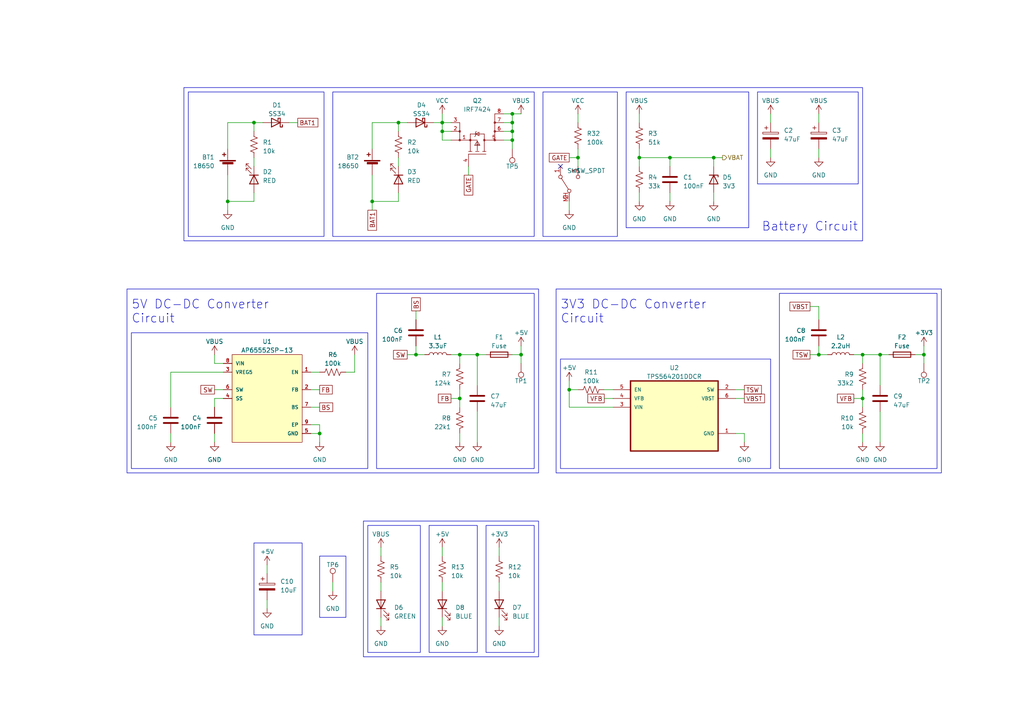
<source format=kicad_sch>
(kicad_sch (version 20230121) (generator eeschema)
  (paper "A4")
  (title_block (title "Everything Controller") (rev "R0") (company "Nabinhotronics") (comment 1 "Vagalbotz") (comment 2 "V2.0"))
  (lib_symbols
    (symbol "AP65552:AP65552SP-13" (pin_names (offset 1.016))
      (property "Reference" "U" (at 0 5.08 0))
      (property "Value" "AP65552SP-13" (at 0 7.62 0))
      (symbol "AP65552SP-13_1_1"
        (rectangle (start 5.08 2.54) (end 25.4 -22.86) (fill (type background)))
        (pin unspecified line (at 27.94 -2.54 180) (length 2.54) (name "EN") (number "1"))
        (pin unspecified line (at 27.94 -7.62 180) (length 2.54) (name "FB") (number "2"))
        (pin unspecified line (at 2.54 -2.54 0) (length 2.54) (name "VREG5") (number "3"))
        (pin unspecified line (at 2.54 -10.16 0) (length 2.54) (name "SS") (number "4"))
        (pin unspecified line (at 27.94 -20.32 180) (length 2.54) (name "GND") (number "5"))
        (pin unspecified line (at 2.54 -7.62 0) (length 2.54) (name "SW") (number "6"))
        (pin unspecified line (at 27.94 -12.7 180) (length 2.54) (name "BS") (number "7"))
        (pin unspecified line (at 2.54 0 0) (length 2.54) (name "VIN") (number "8"))
        (pin unspecified line (at 27.94 -17.78 180) (length 2.54) (name "EP") (number "9"))
      )
    )
    (symbol "Connector:TestPoint" (pin_numbers hide) (pin_names (offset 0.762) hide)
      (property "Reference" "TP" (at 0 6.858 0))
      (property "Value" "TestPoint" (at 0 5.08 0))
      (symbol "TestPoint_0_1"
        (circle (center 0 3.302) (radius 0.762))
      )
      (symbol "TestPoint_1_1"
        (pin passive line (at 0 0 90) (length 2.54) (name "1") (number "1"))
      )
    )
    (symbol "Device:Battery_Cell" (pin_numbers hide) (pin_names (offset 0) hide)
      (property "Reference" "BT" (at 2.54 2.54 0))
      (property "Value" "Battery_Cell" (at 2.54 0 0))
      (symbol "Battery_Cell_0_1"
        (rectangle (start -2.286 1.778) (end 2.286 1.524) (fill (type outline)))
        (rectangle (start -1.5748 1.1938) (end 1.4732 0.6858) (fill (type outline)))
        (polyline (pts (xy 0 0.762) (xy 0 0)))
        (polyline (pts (xy 0 1.778) (xy 0 2.54)))
        (polyline (pts (xy 0.508 3.429) (xy 1.524 3.429)) (stroke (width 0.254)))
        (polyline (pts (xy 1.016 3.937) (xy 1.016 2.921)) (stroke (width 0.254)))
      )
      (symbol "Battery_Cell_1_1"
        (pin passive line (at 0 5.08 270) (length 2.54) (name "+") (number "1"))
        (pin passive line (at 0 -2.54 90) (length 2.54) (name "-") (number "2"))
      )
    )
    (symbol "Device:C" (pin_numbers hide) (pin_names (offset 0.254))
      (property "Reference" "C" (at 0.635 2.54 0))
      (property "Value" "C" (at 0.635 -2.54 0))
      (symbol "C_0_1"
        (polyline (pts (xy -2.032 -0.762) (xy 2.032 -0.762)) (stroke (width 0.508)))
        (polyline (pts (xy -2.032 0.762) (xy 2.032 0.762)) (stroke (width 0.508)))
      )
      (symbol "C_1_1"
        (pin passive line (at 0 3.81 270) (length 2.794) (name "~") (number "1"))
        (pin passive line (at 0 -3.81 90) (length 2.794) (name "~") (number "2"))
      )
    )
    (symbol "Device:C_Polarized" (pin_numbers hide) (pin_names (offset 0.254))
      (property "Reference" "C" (at 0.635 2.54 0))
      (property "Value" "C_Polarized" (at 0.635 -2.54 0))
      (symbol "C_Polarized_0_1"
        (rectangle (start -2.286 0.508) (end 2.286 1.016))
        (polyline (pts (xy -1.778 2.286) (xy -0.762 2.286)))
        (polyline (pts (xy -1.27 2.794) (xy -1.27 1.778)))
        (rectangle (start 2.286 -0.508) (end -2.286 -1.016) (fill (type outline)))
      )
      (symbol "C_Polarized_1_1"
        (pin passive line (at 0 3.81 270) (length 2.794) (name "~") (number "1"))
        (pin passive line (at 0 -3.81 90) (length 2.794) (name "~") (number "2"))
      )
    )
    (symbol "Device:D_Schottky" (pin_numbers hide) (pin_names (offset 1.016) hide)
      (property "Reference" "D" (at 0 2.54 0))
      (property "Value" "D_Schottky" (at 0 -2.54 0))
      (symbol "D_Schottky_0_1"
        (polyline (pts (xy 1.27 0) (xy -1.27 0)))
        (polyline (pts (xy 1.27 1.27) (xy 1.27 -1.27) (xy -1.27 0) (xy 1.27 1.27)) (stroke (width 0.254)))
        (polyline (pts (xy -1.905 0.635) (xy -1.905 1.27) (xy -1.27 1.27) (xy -1.27 -1.27) (xy -0.635 -1.27) (xy -0.635 -0.635)) (stroke (width 0.254)))
      )
      (symbol "D_Schottky_1_1"
        (pin passive line (at -3.81 0 0) (length 2.54) (name "K") (number "1"))
        (pin passive line (at 3.81 0 180) (length 2.54) (name "A") (number "2"))
      )
    )
    (symbol "Device:D_Zener" (pin_numbers hide) (pin_names (offset 1.016) hide)
      (property "Reference" "D" (at 0 2.54 0))
      (property "Value" "D_Zener" (at 0 -2.54 0))
      (symbol "D_Zener_0_1"
        (polyline (pts (xy 1.27 0) (xy -1.27 0)))
        (polyline (pts (xy -1.27 -1.27) (xy -1.27 1.27) (xy -0.762 1.27)) (stroke (width 0.254)))
        (polyline (pts (xy 1.27 -1.27) (xy 1.27 1.27) (xy -1.27 0) (xy 1.27 -1.27)) (stroke (width 0.254)))
      )
      (symbol "D_Zener_1_1"
        (pin passive line (at -3.81 0 0) (length 2.54) (name "K") (number "1"))
        (pin passive line (at 3.81 0 180) (length 2.54) (name "A") (number "2"))
      )
    )
    (symbol "Device:Fuse" (pin_numbers hide) (pin_names (offset 0))
      (property "Reference" "F" (at 2.032 0 90))
      (property "Value" "Fuse" (at -1.905 0 90))
      (symbol "Fuse_0_1"
        (rectangle (start -0.762 -2.54) (end 0.762 2.54) (stroke (width 0.254)))
        (polyline (pts (xy 0 2.54) (xy 0 -2.54)))
      )
      (symbol "Fuse_1_1"
        (pin passive line (at 0 3.81 270) (length 1.27) (name "~") (number "1"))
        (pin passive line (at 0 -3.81 90) (length 1.27) (name "~") (number "2"))
      )
    )
    (symbol "Device:L" (pin_numbers hide) (pin_names (offset 1.016) hide)
      (property "Reference" "L" (at -1.27 0 90))
      (property "Value" "L" (at 1.905 0 90))
      (symbol "L_0_1"
        (arc (start 0 -2.54) (mid 0.6323 -1.905) (end 0 -1.27))
        (arc (start 0 -1.27) (mid 0.6323 -0.635) (end 0 0))
        (arc (start 0 0) (mid 0.6323 0.635) (end 0 1.27))
        (arc (start 0 1.27) (mid 0.6323 1.905) (end 0 2.54))
      )
      (symbol "L_1_1"
        (pin passive line (at 0 3.81 270) (length 1.27) (name "1") (number "1"))
        (pin passive line (at 0 -3.81 90) (length 1.27) (name "2") (number "2"))
      )
    )
    (symbol "Device:LED" (pin_numbers hide) (pin_names (offset 1.016) hide)
      (property "Reference" "D" (at 0 2.54 0))
      (property "Value" "LED" (at 0 -2.54 0))
      (symbol "LED_0_1"
        (polyline (pts (xy -1.27 -1.27) (xy -1.27 1.27)) (stroke (width 0.254)))
        (polyline (pts (xy -1.27 0) (xy 1.27 0)))
        (polyline (pts (xy 1.27 -1.27) (xy 1.27 1.27) (xy -1.27 0) (xy 1.27 -1.27)) (stroke (width 0.254)))
        (polyline (pts (xy -3.048 -0.762) (xy -4.572 -2.286) (xy -3.81 -2.286) (xy -4.572 -2.286) (xy -4.572 -1.524)))
        (polyline (pts (xy -1.778 -0.762) (xy -3.302 -2.286) (xy -2.54 -2.286) (xy -3.302 -2.286) (xy -3.302 -1.524)))
      )
      (symbol "LED_1_1"
        (pin passive line (at -3.81 0 0) (length 2.54) (name "K") (number "1"))
        (pin passive line (at 3.81 0 180) (length 2.54) (name "A") (number "2"))
      )
    )
    (symbol "Device:R_US" (pin_numbers hide) (pin_names (offset 0))
      (property "Reference" "R" (at 2.54 0 90))
      (property "Value" "R_US" (at -2.54 0 90))
      (symbol "R_US_0_1"
        (polyline (pts (xy 0 -2.286) (xy 0 -2.54)))
        (polyline (pts (xy 0 2.286) (xy 0 2.54)))
        (polyline (pts (xy 0 -0.762) (xy 1.016 -1.143) (xy 0 -1.524) (xy -1.016 -1.905) (xy 0 -2.286)))
        (polyline (pts (xy 0 0.762) (xy 1.016 0.381) (xy 0 0) (xy -1.016 -0.381) (xy 0 -0.762)))
        (polyline (pts (xy 0 2.286) (xy 1.016 1.905) (xy 0 1.524) (xy -1.016 1.143) (xy 0 0.762)))
      )
      (symbol "R_US_1_1"
        (pin passive line (at 0 3.81 270) (length 1.27) (name "~") (number "1"))
        (pin passive line (at 0 -3.81 90) (length 1.27) (name "~") (number "2"))
      )
    )
    (symbol "IRF7424:IRF7424TRPBF" (pin_names (offset 1.016))
      (property "Reference" "Q" (at 0 12.7 0))
      (property "Value" "IRF7424TRPBF" (at 0 15.24 0))
      (symbol "IRF7424TRPBF_1_1"
        (polyline (pts (xy 6.096 0) (xy 6.096 5.08)))
        (polyline (pts (xy 6.858 0.508) (xy 10.16 0.508)))
        (polyline (pts (xy 6.858 1.016) (xy 6.858 0)))
        (polyline (pts (xy 6.858 3.048) (xy 6.858 2.032)))
        (polyline (pts (xy 6.858 4.064) (xy 6.858 5.08)))
        (polyline (pts (xy 6.858 4.572) (xy 10.16 4.572)))
        (polyline (pts (xy 8.636 1.778) (xy 8.636 3.302)))
        (polyline (pts (xy 8.89 2.286) (xy 8.89 3.048)))
        (polyline (pts (xy 9.652 2.54) (xy 7.112 2.54)))
        (polyline (pts (xy 9.906 2.54) (xy 8.636 1.778)))
        (polyline (pts (xy 9.906 2.54) (xy 8.636 3.302)))
        (polyline (pts (xy 10.16 -2.54) (xy 15.24 -2.54)))
        (polyline (pts (xy 10.16 0.508) (xy 11.938 0.508)))
        (polyline (pts (xy 10.16 7.62) (xy 17.78 7.62)))
        (polyline (pts (xy 11.43 2.032) (xy 11.176 1.778)))
        (polyline (pts (xy 11.43 3.048) (xy 11.938 2.032)))
        (polyline (pts (xy 11.938 2.032) (xy 11.43 2.032)))
        (polyline (pts (xy 11.938 2.032) (xy 12.446 2.032)))
        (polyline (pts (xy 11.938 2.032) (xy 12.446 3.048)))
        (polyline (pts (xy 11.938 4.572) (xy 10.16 4.572)))
        (polyline (pts (xy 11.938 4.572) (xy 11.938 0.508)))
        (polyline (pts (xy 12.446 2.032) (xy 12.7 2.286)))
        (polyline (pts (xy 12.446 3.048) (xy 11.43 3.048)))
        (circle (center 10.16 -2.54) (radius 0.254))
        (circle (center 10.16 0.508) (radius 0.254))
        (circle (center 10.16 4.572) (radius 0.254))
        (circle (center 10.16 7.62) (radius 0.254))
        (circle (center 12.7 -2.54) (radius 0.254))
        (circle (center 12.7 7.62) (radius 0.254))
        (circle (center 15.24 7.62) (radius 0.254))
        (pin passive line (at 10.16 -5.08 90) (length 7.62) (name "S") (number "1"))
        (pin passive line (at 12.7 -5.08 90) (length 2.54) (name "S") (number "2"))
        (pin passive line (at 15.24 -5.08 90) (length 2.54) (name "S") (number "3"))
        (pin passive line (at 2.54 0 0) (length 3.556) (name "G") (number "4"))
        (pin passive line (at 10.16 10.16 270) (length 5.588) (name "D") (number "5"))
        (pin passive line (at 12.7 10.16 270) (length 2.54) (name "D") (number "6"))
        (pin passive line (at 15.24 10.16 270) (length 2.54) (name "D") (number "7"))
        (pin passive line (at 17.78 10.16 270) (length 2.54) (name "D") (number "8"))
      )
    )
    (symbol "PCM_4ms_Power-symbol:+5V" (power) (pin_names (offset 0))
      (property "Value" "+5V" (at 0 3.556 0))
      (symbol "+5V_0_1"
        (polyline (pts (xy -0.762 1.27) (xy 0 2.54)))
        (polyline (pts (xy 0 0) (xy 0 2.54)))
        (polyline (pts (xy 0 2.54) (xy 0.762 1.27)))
      )
      (symbol "+5V_1_1"
        (pin power_in line (at 0 0 90) (length 0) hide (name "+5V") (number "1"))
      )
    )
    (symbol "PCM_4ms_Power-symbol:GND" (power) (pin_names (offset 0))
      (property "Value" "GND" (at 0 -3.81 0))
      (symbol "GND_0_1"
        (polyline (pts (xy 0 0) (xy 0 -1.27) (xy 1.27 -1.27) (xy 0 -2.54) (xy -1.27 -1.27) (xy 0 -1.27)))
      )
      (symbol "GND_1_1"
        (pin power_in line (at 0 0 270) (length 0) hide (name "GND") (number "1"))
      )
    )
    (symbol "PCM_TPS564201DDCR:TPS564201DDCR" (pin_names (offset 1.016))
      (property "Reference" "U" (at -12.7 11.16 0))
      (property "Value" "TPS564201DDCR" (at -12.7 -14.16 0))
      (symbol "TPS564201DDCR_0_0"
        (rectangle (start -12.7 -10.16) (end 12.7 10.16) (stroke (width 0.41)) (fill (type background)))
        (pin power_in line (at 17.78 -5.08 180) (length 5.08) (name "GND") (number "1"))
        (pin output line (at 17.78 7.62 180) (length 5.08) (name "SW") (number "2"))
        (pin input line (at -17.78 2.54 0) (length 5.08) (name "VIN") (number "3"))
        (pin input line (at -17.78 5.08 0) (length 5.08) (name "VFB") (number "4"))
        (pin input line (at -17.78 7.62 0) (length 5.08) (name "EN") (number "5"))
        (pin output line (at 17.78 5.08 180) (length 5.08) (name "VBST") (number "6"))
      )
    )
    (symbol "Switch:SW_SPDT" (pin_names (offset 0) hide)
      (property "Reference" "SW1" (at 3.81 0.635 90))
      (property "Value" "SW_SPDT" (at 3.81 -1.905 90))
      (symbol "SW_SPDT_0_0"
        (circle (center -2.032 0) (radius 0.508))
        (circle (center 2.032 -2.54) (radius 0.508))
      )
      (symbol "SW_SPDT_0_1"
        (polyline (pts (xy -1.524 0.254) (xy 1.651 2.286)))
        (circle (center 2.032 2.54) (radius 0.508))
      )
      (symbol "SW_SPDT_1_1"
        (pin passive line (at 5.08 2.54 180) (length 2.54) (name "A") (number "1"))
        (pin passive line (at -5.08 0 0) (length 2.54) (name "B") (number "2"))
        (pin passive line (at 5.08 -2.54 180) (length 2.54) (name "C") (number "3"))
        (pin passive line (at -5.08 0 0) (length 2.54) (name "B") (number "MH"))
      )
    )
    (symbol "power:+3V3" (power) (pin_names (offset 0))
      (property "Value" "+3V3" (at 0 3.556 0))
      (symbol "+3V3_0_1"
        (polyline (pts (xy -0.762 1.27) (xy 0 2.54)))
        (polyline (pts (xy 0 0) (xy 0 2.54)))
        (polyline (pts (xy 0 2.54) (xy 0.762 1.27)))
      )
      (symbol "+3V3_1_1"
        (pin power_in line (at 0 0 90) (length 0) hide (name "+3V3") (number "1"))
      )
    )
    (symbol "power:VBUS" (power) (pin_names (offset 0))
      (property "Value" "VBUS" (at 0 3.81 0))
      (symbol "VBUS_0_1"
        (polyline (pts (xy -0.762 1.27) (xy 0 2.54)))
        (polyline (pts (xy 0 0) (xy 0 2.54)))
        (polyline (pts (xy 0 2.54) (xy 0.762 1.27)))
      )
      (symbol "VBUS_1_1"
        (pin power_in line (at 0 0 90) (length 0) hide (name "VBUS") (number "1"))
      )
    )
    (symbol "power:VCC" (power) (pin_names (offset 0))
      (property "Value" "VCC" (at 0 3.81 0))
      (symbol "VCC_0_1"
        (polyline (pts (xy -0.762 1.27) (xy 0 2.54)))
        (polyline (pts (xy 0 0) (xy 0 2.54)))
        (polyline (pts (xy 0 2.54) (xy 0.762 1.27)))
      )
      (symbol "VCC_1_1"
        (pin power_in line (at 0 0 90) (length 0) hide (name "VCC") (number "1"))
      )
    )
  )
  (junction (at 133.35 115.57))
  (junction (at 250.19 102.87))
  (junction (at 167.64 45.72))
  (junction (at 151.13 102.87))
  (junction (at 107.95 58.42))
  (junction (at 194.31 45.72))
  (junction (at 128.27 35.56))
  (junction (at 115.57 35.56))
  (junction (at 66.04 58.42))
  (junction (at 128.27 38.1))
  (junction (at 237.49 102.87))
  (junction (at 148.59 40.64))
  (junction (at 133.35 102.87))
  (junction (at 185.42 45.72))
  (junction (at 165.1 113.03))
  (junction (at 120.65 102.87))
  (junction (at 148.59 33.02))
  (junction (at 255.27 102.87))
  (junction (at 138.43 102.87))
  (junction (at 148.59 38.1))
  (junction (at 73.66 35.56))
  (junction (at 267.97 102.87))
  (junction (at 148.59 35.56))
  (junction (at 250.19 115.57))
  (junction (at 92.71 125.73))
  (junction (at 207.01 45.72))
  (no_connect (at 162.56 48.26))
  (wire (pts (xy 175.26 113.03) (xy 177.8 113.03)))
  (wire (pts (xy 66.04 50.8) (xy 66.04 58.42)))
  (wire (pts (xy 107.95 43.18) (xy 107.95 35.56)))
  (wire (pts (xy 148.59 40.64) (xy 148.59 43.18)))
  (wire (pts (xy 115.57 55.88) (xy 115.57 58.42)))
  (wire (pts (xy 73.66 35.56) (xy 76.2 35.56)))
  (wire (pts (xy 90.17 125.73) (xy 92.71 125.73)))
  (wire (pts (xy 223.52 33.02) (xy 223.52 35.56)))
  (wire (pts (xy 146.05 33.02) (xy 148.59 33.02)))
  (wire (pts (xy 148.59 38.1) (xy 148.59 40.64)))
  (wire (pts (xy 255.27 102.87) (xy 257.81 102.87)))
  (wire (pts (xy 194.31 55.88) (xy 194.31 58.42)))
  (wire (pts (xy 148.59 38.1) (xy 146.05 38.1)))
  (wire (pts (xy 107.95 35.56) (xy 115.57 35.56)))
  (wire (pts (xy 128.27 158.75) (xy 128.27 161.29)))
  (wire (pts (xy 250.19 102.87) (xy 250.19 105.41)))
  (wire (pts (xy 107.95 50.8) (xy 107.95 58.42)))
  (wire (pts (xy 138.43 102.87) (xy 140.97 102.87)))
  (wire (pts (xy 247.65 115.57) (xy 250.19 115.57)))
  (wire (pts (xy 234.95 102.87) (xy 237.49 102.87)))
  (wire (pts (xy 148.59 33.02) (xy 151.13 33.02)))
  (wire (pts (xy 73.66 58.42) (xy 66.04 58.42)))
  (wire (pts (xy 138.43 119.38) (xy 138.43 128.27)))
  (wire (pts (xy 110.49 179.07) (xy 110.49 181.61)))
  (wire (pts (xy 73.66 55.88) (xy 73.66 58.42)))
  (wire (pts (xy 102.87 107.95) (xy 102.87 102.87)))
  (wire (pts (xy 120.65 90.17) (xy 120.65 92.71)))
  (wire (pts (xy 148.59 40.64) (xy 146.05 40.64)))
  (wire (pts (xy 165.1 113.03) (xy 165.1 118.11)))
  (wire (pts (xy 223.52 43.18) (xy 223.52 45.72)))
  (wire (pts (xy 62.23 105.41) (xy 62.23 102.87)))
  (wire (pts (xy 144.78 168.91) (xy 144.78 171.45)))
  (wire (pts (xy 213.36 115.57) (xy 215.9 115.57)))
  (wire (pts (xy 237.49 88.9) (xy 234.95 88.9)))
  (wire (pts (xy 207.01 45.72) (xy 194.31 45.72)))
  (wire (pts (xy 194.31 45.72) (xy 185.42 45.72)))
  (wire (pts (xy 267.97 102.87) (xy 267.97 105.41)))
  (wire (pts (xy 255.27 111.76) (xy 255.27 102.87)))
  (wire (pts (xy 133.35 125.73) (xy 133.35 128.27)))
  (wire (pts (xy 107.95 58.42) (xy 107.95 60.96)))
  (wire (pts (xy 120.65 100.33) (xy 120.65 102.87)))
  (wire (pts (xy 247.65 102.87) (xy 250.19 102.87)))
  (wire (pts (xy 64.77 115.57) (xy 62.23 115.57)))
  (wire (pts (xy 237.49 100.33) (xy 237.49 102.87)))
  (wire (pts (xy 115.57 58.42) (xy 107.95 58.42)))
  (wire (pts (xy 148.59 102.87) (xy 151.13 102.87)))
  (wire (pts (xy 148.59 35.56) (xy 146.05 35.56)))
  (wire (pts (xy 100.33 107.95) (xy 102.87 107.95)))
  (wire (pts (xy 115.57 45.72) (xy 115.57 48.26)))
  (wire (pts (xy 165.1 58.42) (xy 165.1 60.96)))
  (wire (pts (xy 135.89 48.26) (xy 135.89 50.8)))
  (wire (pts (xy 62.23 115.57) (xy 62.23 118.11)))
  (wire (pts (xy 73.66 45.72) (xy 73.66 48.26)))
  (wire (pts (xy 237.49 33.02) (xy 237.49 35.56)))
  (wire (pts (xy 49.53 107.95) (xy 64.77 107.95)))
  (wire (pts (xy 237.49 102.87) (xy 240.03 102.87)))
  (wire (pts (xy 250.19 115.57) (xy 250.19 118.11)))
  (wire (pts (xy 90.17 118.11) (xy 92.71 118.11)))
  (wire (pts (xy 267.97 102.87) (xy 267.97 100.33)))
  (wire (pts (xy 133.35 102.87) (xy 133.35 105.41)))
  (wire (pts (xy 250.19 113.03) (xy 250.19 115.57)))
  (wire (pts (xy 151.13 102.87) (xy 151.13 100.33)))
  (wire (pts (xy 185.42 43.18) (xy 185.42 45.72)))
  (wire (pts (xy 92.71 123.19) (xy 92.71 125.73)))
  (wire (pts (xy 90.17 113.03) (xy 92.71 113.03)))
  (wire (pts (xy 115.57 35.56) (xy 118.11 35.56)))
  (wire (pts (xy 167.64 33.02) (xy 167.64 35.56)))
  (wire (pts (xy 165.1 118.11) (xy 177.8 118.11)))
  (wire (pts (xy 213.36 113.03) (xy 215.9 113.03)))
  (wire (pts (xy 96.52 168.91) (xy 96.52 171.45)))
  (wire (pts (xy 165.1 110.49) (xy 165.1 113.03)))
  (wire (pts (xy 130.81 40.64) (xy 128.27 40.64)))
  (wire (pts (xy 185.42 45.72) (xy 185.42 48.26)))
  (wire (pts (xy 66.04 58.42) (xy 66.04 60.96)))
  (wire (pts (xy 83.82 35.56) (xy 86.36 35.56)))
  (wire (pts (xy 62.23 125.73) (xy 62.23 128.27)))
  (wire (pts (xy 49.53 125.73) (xy 49.53 128.27)))
  (wire (pts (xy 66.04 35.56) (xy 73.66 35.56)))
  (wire (pts (xy 92.71 125.73) (xy 92.71 128.27)))
  (wire (pts (xy 62.23 113.03) (xy 64.77 113.03)))
  (wire (pts (xy 148.59 35.56) (xy 148.59 38.1)))
  (wire (pts (xy 66.04 43.18) (xy 66.04 35.56)))
  (wire (pts (xy 144.78 179.07) (xy 144.78 181.61)))
  (wire (pts (xy 194.31 45.72) (xy 194.31 48.26)))
  (wire (pts (xy 110.49 168.91) (xy 110.49 171.45)))
  (wire (pts (xy 207.01 48.26) (xy 207.01 45.72)))
  (wire (pts (xy 185.42 33.02) (xy 185.42 35.56)))
  (wire (pts (xy 151.13 102.87) (xy 151.13 105.41)))
  (wire (pts (xy 128.27 40.64) (xy 128.27 38.1)))
  (wire (pts (xy 237.49 88.9) (xy 237.49 92.71)))
  (wire (pts (xy 265.43 102.87) (xy 267.97 102.87)))
  (wire (pts (xy 77.47 173.99) (xy 77.47 176.53)))
  (wire (pts (xy 148.59 33.02) (xy 148.59 35.56)))
  (wire (pts (xy 120.65 102.87) (xy 123.19 102.87)))
  (wire (pts (xy 73.66 38.1) (xy 73.66 35.56)))
  (wire (pts (xy 128.27 33.02) (xy 128.27 35.56)))
  (wire (pts (xy 255.27 119.38) (xy 255.27 128.27)))
  (wire (pts (xy 110.49 158.75) (xy 110.49 161.29)))
  (wire (pts (xy 90.17 123.19) (xy 92.71 123.19)))
  (wire (pts (xy 128.27 38.1) (xy 128.27 35.56)))
  (wire (pts (xy 128.27 35.56) (xy 130.81 35.56)))
  (wire (pts (xy 128.27 179.07) (xy 128.27 181.61)))
  (wire (pts (xy 133.35 115.57) (xy 133.35 118.11)))
  (wire (pts (xy 165.1 45.72) (xy 167.64 45.72)))
  (wire (pts (xy 49.53 118.11) (xy 49.53 107.95)))
  (wire (pts (xy 128.27 168.91) (xy 128.27 171.45)))
  (wire (pts (xy 90.17 107.95) (xy 92.71 107.95)))
  (wire (pts (xy 77.47 163.83) (xy 77.47 166.37)))
  (wire (pts (xy 138.43 102.87) (xy 133.35 102.87)))
  (wire (pts (xy 237.49 43.18) (xy 237.49 45.72)))
  (wire (pts (xy 250.19 125.73) (xy 250.19 128.27)))
  (wire (pts (xy 215.9 125.73) (xy 213.36 125.73)))
  (wire (pts (xy 115.57 38.1) (xy 115.57 35.56)))
  (wire (pts (xy 138.43 111.76) (xy 138.43 102.87)))
  (wire (pts (xy 167.64 45.72) (xy 167.64 48.26)))
  (wire (pts (xy 144.78 158.75) (xy 144.78 161.29)))
  (wire (pts (xy 167.64 43.18) (xy 167.64 45.72)))
  (wire (pts (xy 185.42 55.88) (xy 185.42 58.42)))
  (wire (pts (xy 175.26 115.57) (xy 177.8 115.57)))
  (wire (pts (xy 165.1 113.03) (xy 167.64 113.03)))
  (wire (pts (xy 255.27 102.87) (xy 250.19 102.87)))
  (wire (pts (xy 130.81 102.87) (xy 133.35 102.87)))
  (wire (pts (xy 64.77 105.41) (xy 62.23 105.41)))
  (wire (pts (xy 207.01 55.88) (xy 207.01 58.42)))
  (wire (pts (xy 125.73 35.56) (xy 128.27 35.56)))
  (wire (pts (xy 133.35 113.03) (xy 133.35 115.57)))
  (wire (pts (xy 207.01 45.72) (xy 209.55 45.72)))
  (wire (pts (xy 128.27 38.1) (xy 130.81 38.1)))
  (wire (pts (xy 130.81 115.57) (xy 133.35 115.57)))
  (wire (pts (xy 215.9 128.27) (xy 215.9 125.73)))
  (wire (pts (xy 118.11 102.87) (xy 120.65 102.87)))
  (rectangle (start 161.29 83.82) (end 273.05 137.16))
  (rectangle (start 92.71 161.29) (end 100.33 179.07))
  (rectangle (start 219.71 26.67) (end 248.92 53.34))
  (rectangle (start 54.61 26.67) (end 93.98 68.58))
  (rectangle (start 36.83 83.82) (end 156.21 137.16))
  (rectangle (start 181.61 26.67) (end 217.17 66.04))
  (rectangle (start 140.97 152.4) (end 154.94 189.23))
  (rectangle (start 124.46 152.4) (end 138.43 189.23))
  (rectangle (start 157.48 26.67) (end 179.07 68.58))
  (rectangle (start 162.56 104.14) (end 223.52 135.89))
  (rectangle (start 73.66 157.48) (end 87.63 184.15))
  (rectangle (start 38.1 96.52) (end 106.68 135.89))
  (rectangle (start 226.06 85.09) (end 271.78 135.89))
  (rectangle (start 106.68 152.4) (end 121.92 189.23))
  (rectangle (start 105.41 151.13) (end 156.21 190.5))
  (rectangle (start 53.34 25.4) (end 250.19 69.85))
  (rectangle (start 96.52 26.67) (end 154.94 68.58))
  (rectangle (start 109.22 85.09) (end 154.94 135.89))
  (text "5V DC-DC Converter\nCircuit" (at 38.1 93.98 0) (effects (font (size 2.54 2.54)) (justify left bottom)))
  (text "Battery Circuit" (at 248.92 67.31 0) (effects (font (size 2.54 2.54)) (justify right bottom)))
  (text "3V3 DC-DC Converter\nCircuit" (at 162.56 93.98 0) (effects (font (size 2.54 2.54)) (justify left bottom)))
  (global_label "VFB" (shape passive) (at 247.65 115.57 180) (property "Intersheetrefs" "${INTERSHEET_REFS}" (effects hide)))
  (global_label "GATE" (shape passive) (at 135.89 50.8 270) (property "Intersheetrefs" "${INTERSHEET_REFS}" (effects hide)))
  (global_label "TSW" (shape passive) (at 234.95 102.87 180) (property "Intersheetrefs" "${INTERSHEET_REFS}" (effects hide)))
  (global_label "VFB" (shape passive) (at 175.26 115.57 180) (property "Intersheetrefs" "${INTERSHEET_REFS}" (effects hide)))
  (global_label "BAT1" (shape passive) (at 86.36 35.56 0) (property "Intersheetrefs" "${INTERSHEET_REFS}" (effects hide)))
  (global_label "FB" (shape passive) (at 130.81 115.57 180) (property "Intersheetrefs" "${INTERSHEET_REFS}" (effects hide)))
  (global_label "SW" (shape passive) (at 62.23 113.03 180) (property "Intersheetrefs" "${INTERSHEET_REFS}" (effects hide)))
  (global_label "FB" (shape passive) (at 92.71 113.03 0) (property "Intersheetrefs" "${INTERSHEET_REFS}" (effects hide)))
  (global_label "SW" (shape passive) (at 118.11 102.87 180) (property "Intersheetrefs" "${INTERSHEET_REFS}" (effects hide)))
  (global_label "GATE" (shape passive) (at 165.1 45.72 180) (property "Intersheetrefs" "${INTERSHEET_REFS}" (effects hide)))
  (global_label "VBST" (shape passive) (at 215.9 115.57 0) (property "Intersheetrefs" "${INTERSHEET_REFS}" (effects hide)))
  (global_label "BS" (shape passive) (at 120.65 90.17 90) (property "Intersheetrefs" "${INTERSHEET_REFS}" (effects hide)))
  (global_label "BS" (shape passive) (at 92.71 118.11 0) (property "Intersheetrefs" "${INTERSHEET_REFS}" (effects hide)))
  (global_label "BAT1" (shape passive) (at 107.95 60.96 270) (property "Intersheetrefs" "${INTERSHEET_REFS}" (effects hide)))
  (global_label "VBST" (shape passive) (at 234.95 88.9 180) (property "Intersheetrefs" "${INTERSHEET_REFS}" (effects hide)))
  (global_label "TSW" (shape passive) (at 215.9 113.03 0) (property "Intersheetrefs" "${INTERSHEET_REFS}" (effects hide)))
  (hierarchical_label "VBAT" (shape output) (at 209.55 45.72 0))
  (symbol (lib_id "power:VCC") (at 167.64 33.02 0) (unit 1)
    (property "Reference" "#PWR0116" (effects hide))
    (property "Value" "VCC" (at 167.64 29.21 0))
  )
  (symbol (lib_id "PCM_4ms_Power-symbol:GND") (at 255.27 128.27 0) (unit 1)
    (property "Reference" "#PWR022" (effects hide))
    (property "Value" "GND" (at 255.27 133.35 0))
  )
  (symbol (lib_id "power:VBUS") (at 237.49 33.02 0) (unit 1)
    (property "Reference" "#PWR09" (effects hide))
    (property "Value" "VBUS" (at 237.49 29.21 0))
  )
  (symbol (lib_id "power:VBUS") (at 110.49 158.75 0) (unit 1)
    (property "Reference" "#PWR011" (effects hide))
    (property "Value" "VBUS" (at 110.49 154.94 0))
  )
  (symbol (lib_id "power:VCC") (at 128.27 33.02 0) (unit 1)
    (property "Reference" "#PWR0110" (effects hide))
    (property "Value" "VCC" (at 128.27 29.21 0))
  )
  (symbol (lib_id "PCM_4ms_Power-symbol:GND") (at 165.1 60.96 0) (unit 1)
    (property "Reference" "#PWR0111" (effects hide))
    (property "Value" "GND" (at 165.1 66.04 0))
  )
  (symbol (lib_id "Connector:TestPoint") (at 96.52 168.91 0) (unit 1)
    (property "Reference" "TP6" (at 96.52 163.83 0))
    (property "Value" "TestPoint" (effects hide))
    (property "Footprint" "TestPoint:TestPoint_Pad_D1.5mm" (effects hide))
  )
  (symbol (lib_id "PCM_4ms_Power-symbol:+5V") (at 77.47 163.83 0) (unit 1)
    (property "Reference" "#PWR037" (effects hide))
    (property "Value" "+5V" (at 77.47 160.02 0))
    (instances (project "Everything_Controller_V2.0" (path "" (reference "#PWR037") (unit 1)) (path "" (reference "#PWR0106") (unit 1))))
  )
  (symbol (lib_id "Device:R_US") (at 115.57 41.91 0) (unit 1)
    (property "Reference" "R2" (at 118.11 41.275 0) (effects (justify left)))
    (property "Value" "10k" (at 118.11 43.815 0) (effects (justify left)))
    (property "Footprint" "Resistor_SMD:R_0805_2012Metric" (effects hide))
  )
  (symbol (lib_id "Device:Fuse") (at 144.78 102.87 90) (unit 1)
    (property "Reference" "F1" (at 144.78 97.79 90))
    (property "Value" "Fuse" (at 144.78 100.33 90))
    (property "Footprint" "Fuse:Fuse_1206_3216Metric" (effects hide))
  )
  (symbol (lib_id "Device:C") (at 194.31 52.07 0) (unit 1)
    (property "Reference" "C1" (at 198.12 51.435 0) (effects (justify left)))
    (property "Value" "100nF" (at 198.12 53.975 0) (effects (justify left)))
    (property "Footprint" "Capacitor_SMD:C_0805_2012Metric" (effects hide))
  )
  (symbol (lib_id "Device:LED") (at 110.49 175.26 90) (unit 1)
    (property "Reference" "D6" (at 114.3 176.2125 90) (effects (justify right)))
    (property "Value" "GREEN" (at 114.3 178.7525 90) (effects (justify right)))
    (property "Footprint" "LED_SMD:LED_0805_2012Metric" (effects hide))
  )
  (symbol (lib_id "Device:R_US") (at 185.42 39.37 0) (unit 1)
    (property "Reference" "R3" (at 187.96 38.735 0) (effects (justify left)))
    (property "Value" "51k" (at 187.96 41.275 0) (effects (justify left)))
    (property "Footprint" "Resistor_SMD:R_0805_2012Metric" (effects hide))
  )
  (symbol (lib_id "PCM_4ms_Power-symbol:GND") (at 223.52 45.72 0) (unit 1)
    (property "Reference" "#PWR08" (effects hide))
    (property "Value" "GND" (at 223.52 50.8 0))
  )
  (symbol (lib_id "power:VBUS") (at 102.87 102.87 0) (unit 1)
    (property "Reference" "#PWR014" (effects hide))
    (property "Value" "VBUS" (at 102.87 99.06 0))
  )
  (symbol (lib_id "Device:R_US") (at 171.45 113.03 270) (unit 1)
    (property "Reference" "R11" (at 171.45 107.95 90))
    (property "Value" "100k" (at 171.45 110.49 90))
    (property "Footprint" "Resistor_SMD:R_0805_2012Metric" (effects hide))
  )
  (symbol (lib_id "Device:R_US") (at 128.27 165.1 180) (unit 1)
    (property "Reference" "R13" (at 130.81 164.465 0) (effects (justify right)))
    (property "Value" "10k" (at 130.81 167.005 0) (effects (justify right)))
    (property "Footprint" "Resistor_SMD:R_0805_2012Metric" (effects hide))
  )
  (symbol (lib_id "PCM_4ms_Power-symbol:+5V") (at 151.13 100.33 0) (unit 1)
    (property "Reference" "#PWR020" (effects hide))
    (property "Value" "+5V" (at 151.13 96.52 0))
  )
  (symbol (lib_id "Device:C") (at 237.49 96.52 0) (mirror y) (unit 1)
    (property "Reference" "C8" (at 233.68 95.885 0) (effects (justify left)))
    (property "Value" "100nF" (at 233.68 98.425 0) (effects (justify left)))
    (property "Footprint" "Capacitor_SMD:C_0805_2012Metric" (effects hide))
  )
  (symbol (lib_id "Device:R_US") (at 73.66 41.91 0) (unit 1)
    (property "Reference" "R1" (at 76.2 41.275 0) (effects (justify left)))
    (property "Value" "10k" (at 76.2 43.815 0) (effects (justify left)))
    (property "Footprint" "Resistor_SMD:R_0805_2012Metric" (effects hide))
  )
  (symbol (lib_id "Device:R_US") (at 185.42 52.07 0) (unit 1)
    (property "Reference" "R4" (at 187.96 51.435 0) (effects (justify left)))
    (property "Value" "33k" (at 187.96 53.975 0) (effects (justify left)))
    (property "Footprint" "Resistor_SMD:R_0805_2012Metric" (effects hide))
  )
  (symbol (lib_id "PCM_4ms_Power-symbol:GND") (at 215.9 128.27 0) (unit 1)
    (property "Reference" "#PWR025" (effects hide))
    (property "Value" "GND" (at 215.9 133.35 0))
  )
  (symbol (lib_id "Device:C") (at 62.23 121.92 0) (mirror y) (unit 1)
    (property "Reference" "C4" (at 58.42 121.285 0) (effects (justify left)))
    (property "Value" "100nF" (at 58.42 123.825 0) (effects (justify left)))
    (property "Footprint" "Capacitor_SMD:C_0805_2012Metric" (effects hide))
  )
  (symbol (lib_id "Connector:TestPoint") (at 151.13 105.41 180) (unit 1)
    (property "Reference" "TP1" (at 151.13 110.49 0))
    (property "Value" "TestPoint" (effects hide))
    (property "Footprint" "TestPoint:TestPoint_Pad_D1.5mm" (effects hide))
  )
  (symbol (lib_id "power:VBUS") (at 185.42 33.02 0) (unit 1)
    (property "Reference" "#PWR03" (effects hide))
    (property "Value" "VBUS" (at 185.42 29.21 0))
  )
  (symbol (lib_id "Device:C") (at 138.43 115.57 0) (unit 1)
    (property "Reference" "C7" (at 142.24 114.935 0) (effects (justify left)))
    (property "Value" "47uF" (at 142.24 117.475 0) (effects (justify left)))
    (property "Footprint" "Capacitor_SMD:C_1210_3225Metric" (effects hide))
  )
  (symbol (lib_id "Device:L") (at 127 102.87 90) (unit 1)
    (property "Reference" "L1" (at 127 97.79 90))
    (property "Value" "3.3uF" (at 127 100.33 90))
    (property "Footprint" "Inductor_SMD:L_1210_3225Metric" (effects hide))
  )
  (symbol (lib_id "power:VBUS") (at 223.52 33.02 0) (unit 1)
    (property "Reference" "#PWR07" (effects hide))
    (property "Value" "VBUS" (at 223.52 29.21 0))
  )
  (symbol (lib_id "Device:C") (at 120.65 96.52 0) (mirror y) (unit 1)
    (property "Reference" "C6" (at 116.84 95.885 0) (effects (justify left)))
    (property "Value" "100nF" (at 116.84 98.425 0) (effects (justify left)))
    (property "Footprint" "Capacitor_SMD:C_0805_2012Metric" (effects hide))
  )
  (symbol (lib_id "IRF7424:IRF7424TRPBF") (at 135.89 50.8 270) (mirror x) (unit 1)
    (property "Reference" "Q2" (at 138.43 29.21 90))
    (property "Value" "IRF7424" (at 138.43 31.75 90))
    (property "Footprint" "IRF7424:Infineon-PG-DSO-8-11_2006-902-MFG" (effects hide))
  )
  (symbol (lib_id "Device:D_Schottky") (at 121.92 35.56 180) (unit 1)
    (property "Reference" "D4" (at 122.2375 30.48 0))
    (property "Value" "SS34" (at 122.2375 33.02 0))
    (property "Footprint" "Diode_SMD:D_SMA" (effects hide))
  )
  (symbol (lib_id "PCM_4ms_Power-symbol:GND") (at 128.27 181.61 0) (unit 1)
    (property "Reference" "#PWR029" (effects hide))
    (property "Value" "GND" (at 128.27 186.69 0))
  )
  (symbol (lib_id "Device:C_Polarized") (at 77.47 170.18 0) (unit 1)
    (property "Reference" "C10" (at 81.28 168.656 0) (effects (justify left)))
    (property "Value" "10uF" (at 81.28 171.196 0) (effects (justify left)))
    (property "Footprint" "Capacitor_Tantalum_SMD:CP_EIA-3528-21_Kemet-B" (effects hide))
    (instances (project "Everything_Controller_V2.0" (path "" (reference "C10") (unit 1)) (path "" (reference "C36") (unit 1))))
  )
  (symbol (lib_id "Device:R_US") (at 133.35 121.92 0) (mirror y) (unit 1)
    (property "Reference" "R8" (at 130.81 121.285 0) (effects (justify left)))
    (property "Value" "22k1" (at 130.81 123.825 0) (effects (justify left)))
    (property "Footprint" "Resistor_SMD:R_0805_2012Metric" (effects hide))
  )
  (symbol (lib_id "power:VBUS") (at 62.23 102.87 0) (unit 1)
    (property "Reference" "#PWR013" (effects hide))
    (property "Value" "VBUS" (at 62.23 99.06 0))
  )
  (symbol (lib_id "Connector:TestPoint") (at 267.97 105.41 180) (unit 1)
    (property "Reference" "TP2" (at 267.97 110.49 0))
    (property "Value" "TestPoint" (effects hide))
    (property "Footprint" "TestPoint:TestPoint_Pad_D1.5mm" (effects hide))
  )
  (symbol (lib_id "Device:R_US") (at 144.78 165.1 180) (unit 1)
    (property "Reference" "R12" (at 147.32 164.465 0) (effects (justify right)))
    (property "Value" "10k" (at 147.32 167.005 0) (effects (justify right)))
    (property "Footprint" "Resistor_SMD:R_0805_2012Metric" (effects hide))
  )
  (symbol (lib_id "Device:D_Zener") (at 207.01 52.07 270) (unit 1)
    (property "Reference" "D5" (at 209.55 51.435 90) (effects (justify left)))
    (property "Value" "3V3" (at 209.55 53.975 90) (effects (justify left)))
    (property "Footprint" "Diode_SMD:D_MiniMELF" (effects hide))
  )
  (symbol (lib_id "PCM_TPS564201DDCR:TPS564201DDCR") (at 195.58 120.65 0) (unit 1)
    (property "Reference" "U2" (at 195.58 106.68 0))
    (property "Value" "TPS564201DDCR" (at 195.58 109.22 0))
    (property "Footprint" "TPS564201:Texas_Instruments-DDC_R-PDSO-G6-0-0-0" (effects hide))
  )
  (symbol (lib_id "Device:C") (at 255.27 115.57 0) (unit 1)
    (property "Reference" "C9" (at 259.08 114.935 0) (effects (justify left)))
    (property "Value" "47uF" (at 259.08 117.475 0) (effects (justify left)))
    (property "Footprint" "Capacitor_SMD:C_1210_3225Metric" (effects hide))
  )
  (symbol (lib_id "PCM_4ms_Power-symbol:GND") (at 49.53 128.27 0) (unit 1)
    (property "Reference" "#PWR017" (effects hide))
    (property "Value" "GND" (at 49.53 133.35 0))
  )
  (symbol (lib_id "PCM_4ms_Power-symbol:GND") (at 250.19 128.27 0) (unit 1)
    (property "Reference" "#PWR021" (effects hide))
    (property "Value" "GND" (at 250.19 133.35 0))
  )
  (symbol (lib_id "PCM_4ms_Power-symbol:GND") (at 62.23 128.27 0) (unit 1)
    (property "Reference" "#PWR016" (effects hide))
    (property "Value" "GND" (at 62.23 133.35 0))
  )
  (symbol (lib_id "Device:R_US") (at 110.49 165.1 180) (unit 1)
    (property "Reference" "R5" (at 113.03 164.465 0) (effects (justify right)))
    (property "Value" "10k" (at 113.03 167.005 0) (effects (justify right)))
    (property "Footprint" "Resistor_SMD:R_0805_2012Metric" (effects hide))
  )
  (symbol (lib_id "Device:R_US") (at 167.64 39.37 0) (unit 1)
    (property "Reference" "R32" (at 170.18 38.735 0) (effects (justify left)))
    (property "Value" "100k" (at 170.18 41.275 0) (effects (justify left)))
    (property "Footprint" "Resistor_SMD:R_0805_2012Metric" (effects hide))
  )
  (symbol (lib_id "PCM_4ms_Power-symbol:GND") (at 144.78 181.61 0) (unit 1)
    (property "Reference" "#PWR027" (effects hide))
    (property "Value" "GND" (at 144.78 186.69 0))
  )
  (symbol (lib_id "Device:R_US") (at 133.35 109.22 0) (mirror y) (unit 1)
    (property "Reference" "R7" (at 130.81 108.585 0) (effects (justify left)))
    (property "Value" "124k" (at 130.81 111.125 0) (effects (justify left)))
    (property "Footprint" "Resistor_SMD:R_0805_2012Metric" (effects hide))
  )
  (symbol (lib_id "PCM_4ms_Power-symbol:GND") (at 92.71 128.27 0) (unit 1)
    (property "Reference" "#PWR015" (effects hide))
    (property "Value" "GND" (at 92.71 133.35 0))
  )
  (symbol (lib_id "PCM_4ms_Power-symbol:GND") (at 133.35 128.27 0) (unit 1)
    (property "Reference" "#PWR018" (effects hide))
    (property "Value" "GND" (at 133.35 133.35 0))
  )
  (symbol (lib_id "Connector:TestPoint") (at 148.59 43.18 180) (unit 1)
    (property "Reference" "TP5" (at 148.59 48.26 0))
    (property "Value" "TestPoint" (effects hide))
    (property "Footprint" "TestPoint:TestPoint_Pad_D1.5mm" (effects hide))
  )
  (symbol (lib_id "Device:C") (at 49.53 121.92 0) (mirror y) (unit 1)
    (property "Reference" "C5" (at 45.72 121.285 0) (effects (justify left)))
    (property "Value" "100nF" (at 45.72 123.825 0) (effects (justify left)))
    (property "Footprint" "Capacitor_SMD:C_0805_2012Metric" (effects hide))
  )
  (symbol (lib_id "PCM_4ms_Power-symbol:GND") (at 66.04 60.96 0) (unit 1)
    (property "Reference" "#PWR01" (effects hide))
    (property "Value" "GND" (at 66.04 66.04 0))
  )
  (symbol (lib_id "power:+3V3") (at 144.78 158.75 0) (unit 1)
    (property "Reference" "#PWR026" (effects hide))
    (property "Value" "+3V3" (at 144.78 154.94 0))
  )
  (symbol (lib_id "Device:C_Polarized") (at 237.49 39.37 0) (unit 1)
    (property "Reference" "C3" (at 241.3 37.846 0) (effects (justify left)))
    (property "Value" "47uF" (at 241.3 40.386 0) (effects (justify left)))
    (property "Footprint" "Capacitor_Tantalum_SMD:CP_EIA-7343-31_Kemet-D" (effects hide))
  )
  (symbol (lib_id "PCM_4ms_Power-symbol:+5V") (at 165.1 110.49 0) (unit 1)
    (property "Reference" "#PWR024" (effects hide))
    (property "Value" "+5V" (at 165.1 106.68 0))
  )
  (symbol (lib_id "PCM_4ms_Power-symbol:GND") (at 237.49 45.72 0) (unit 1)
    (property "Reference" "#PWR010" (effects hide))
    (property "Value" "GND" (at 237.49 50.8 0))
  )
  (symbol (lib_id "Device:Battery_Cell") (at 66.04 48.26 0) (mirror y) (unit 1)
    (property "Reference" "BT1" (at 62.23 45.593 0) (effects (justify left)))
    (property "Value" "18650" (at 62.23 48.133 0) (effects (justify left)))
    (property "Footprint" "TerminalBlock_4Ucon:TerminalBlock_4Ucon_1x02_P3.50mm_Horizontal" (effects hide))
  )
  (symbol (lib_id "Device:C_Polarized") (at 223.52 39.37 0) (unit 1)
    (property "Reference" "C2" (at 227.33 37.846 0) (effects (justify left)))
    (property "Value" "47uF" (at 227.33 40.386 0) (effects (justify left)))
    (property "Footprint" "Capacitor_Tantalum_SMD:CP_EIA-7343-31_Kemet-D" (effects hide))
  )
  (symbol (lib_id "PCM_4ms_Power-symbol:GND") (at 110.49 181.61 0) (unit 1)
    (property "Reference" "#PWR012" (effects hide))
    (property "Value" "GND" (at 110.49 186.69 0))
  )
  (symbol (lib_id "Device:R_US") (at 250.19 121.92 0) (mirror y) (unit 1)
    (property "Reference" "R10" (at 247.65 121.285 0) (effects (justify left)))
    (property "Value" "10k" (at 247.65 123.825 0) (effects (justify left)))
    (property "Footprint" "Resistor_SMD:R_0805_2012Metric" (effects hide))
  )
  (symbol (lib_id "Device:L") (at 243.84 102.87 90) (unit 1)
    (property "Reference" "L2" (at 243.84 97.79 90))
    (property "Value" "2.2uH" (at 243.84 100.33 90))
    (property "Footprint" "Inductor_SMD:L_1210_3225Metric" (effects hide))
  )
  (symbol (lib_id "Device:LED") (at 128.27 175.26 90) (unit 1)
    (property "Reference" "D8" (at 132.08 176.2125 90) (effects (justify right)))
    (property "Value" "BLUE" (at 132.08 178.7525 90) (effects (justify right)))
    (property "Footprint" "LED_SMD:LED_0805_2012Metric" (effects hide))
  )
  (symbol (lib_id "Device:D_Schottky") (at 80.01 35.56 180) (unit 1)
    (property "Reference" "D1" (at 80.3275 30.48 0))
    (property "Value" "SS34" (at 80.3275 33.02 0))
    (property "Footprint" "Diode_SMD:D_SMA" (effects hide))
  )
  (symbol (lib_id "PCM_4ms_Power-symbol:GND") (at 77.47 176.53 0) (unit 1)
    (property "Reference" "#PWR038" (effects hide))
    (property "Value" "GND" (at 77.47 181.61 0))
    (instances (project "Everything_Controller_V2.0" (path "" (reference "#PWR038") (unit 1)) (path "" (reference "#PWR0107") (unit 1))))
  )
  (symbol (lib_id "PCM_4ms_Power-symbol:GND") (at 194.31 58.42 0) (unit 1)
    (property "Reference" "#PWR05" (effects hide))
    (property "Value" "GND" (at 194.31 63.5 0))
  )
  (symbol (lib_id "Device:R_US") (at 96.52 107.95 270) (unit 1)
    (property "Reference" "R6" (at 96.52 102.87 90))
    (property "Value" "100k" (at 96.52 105.41 90))
    (property "Footprint" "Resistor_SMD:R_0805_2012Metric" (effects hide))
  )
  (symbol (lib_id "PCM_4ms_Power-symbol:+5V") (at 128.27 158.75 0) (unit 1)
    (property "Reference" "#PWR028" (effects hide))
    (property "Value" "+5V" (at 128.27 154.94 0))
  )
  (symbol (lib_id "Switch:SW_SPDT") (at 165.1 53.34 90) (unit 1)
    (property "Reference" "SW1" (at 164.465 49.53 90) (effects (justify right)))
    (property "Value" "SW_SPDT" (at 167.005 49.53 90) (effects (justify right)))
    (property "Footprint" "Button_Switch_THT:SW_Slide_1P2T_CK_OS102011MS2Q" (effects hide))
  )
  (symbol (lib_id "PCM_4ms_Power-symbol:GND") (at 207.01 58.42 0) (unit 1)
    (property "Reference" "#PWR06" (effects hide))
    (property "Value" "GND" (at 207.01 63.5 0))
  )
  (symbol (lib_id "PCM_4ms_Power-symbol:GND") (at 96.52 171.45 0) (unit 1)
    (property "Reference" "#PWR038" (effects hide))
    (property "Value" "GND" (at 96.52 176.53 0))
    (instances (project "Everything_Controller_V2.0" (path "" (reference "#PWR038") (unit 1)) (path "" (reference "#PWR0108") (unit 1))))
  )
  (symbol (lib_id "PCM_4ms_Power-symbol:GND") (at 138.43 128.27 0) (unit 1)
    (property "Reference" "#PWR019" (effects hide))
    (property "Value" "GND" (at 138.43 133.35 0))
  )
  (symbol (lib_id "power:+3V3") (at 267.97 100.33 0) (unit 1)
    (property "Reference" "#PWR023" (effects hide))
    (property "Value" "+3V3" (at 267.97 96.52 0))
  )
  (symbol (lib_id "power:VBUS") (at 151.13 33.02 0) (unit 1)
    (property "Reference" "#PWR02" (effects hide))
    (property "Value" "VBUS" (at 151.13 29.21 0))
  )
  (symbol (lib_id "PCM_4ms_Power-symbol:GND") (at 185.42 58.42 0) (unit 1)
    (property "Reference" "#PWR04" (effects hide))
    (property "Value" "GND" (at 185.42 63.5 0))
  )
  (symbol (lib_id "Device:R_US") (at 250.19 109.22 0) (mirror y) (unit 1)
    (property "Reference" "R9" (at 247.65 108.585 0) (effects (justify left)))
    (property "Value" "33k2" (at 247.65 111.125 0) (effects (justify left)))
    (property "Footprint" "Resistor_SMD:R_0805_2012Metric" (effects hide))
  )
  (symbol (lib_id "Device:LED") (at 115.57 52.07 270) (unit 1)
    (property "Reference" "D3" (at 118.11 49.8475 90) (effects (justify left)))
    (property "Value" "RED" (at 118.11 52.3875 90) (effects (justify left)))
    (property "Footprint" "LED_SMD:LED_0805_2012Metric" (effects hide))
  )
  (symbol (lib_id "Device:LED") (at 73.66 52.07 270) (unit 1)
    (property "Reference" "D2" (at 76.2 49.8475 90) (effects (justify left)))
    (property "Value" "RED" (at 76.2 52.3875 90) (effects (justify left)))
    (property "Footprint" "LED_SMD:LED_0805_2012Metric" (effects hide))
  )
  (symbol (lib_id "Device:LED") (at 144.78 175.26 90) (unit 1)
    (property "Reference" "D7" (at 148.59 176.2125 90) (effects (justify right)))
    (property "Value" "BLUE" (at 148.59 178.7525 90) (effects (justify right)))
    (property "Footprint" "LED_SMD:LED_0805_2012Metric" (effects hide))
  )
  (symbol (lib_id "AP65552:AP65552SP-13") (at 62.23 105.41 0) (unit 1)
    (property "Reference" "U1" (at 77.47 99.06 0))
    (property "Value" "AP65552SP-13" (at 77.47 101.6 0))
    (property "Footprint" "AP65552:Diodes-AP65552SP-13-06_2015-0-0" (effects hide))
  )
  (symbol (lib_id "Device:Battery_Cell") (at 107.95 48.26 0) (mirror y) (unit 1)
    (property "Reference" "BT2" (at 104.14 45.593 0) (effects (justify left)))
    (property "Value" "18650" (at 104.14 48.133 0) (effects (justify left)))
    (property "Footprint" "TerminalBlock_4Ucon:TerminalBlock_4Ucon_1x02_P3.50mm_Horizontal" (effects hide))
  )
  (symbol (lib_id "Device:Fuse") (at 261.62 102.87 90) (unit 1)
    (property "Reference" "F2" (at 261.62 97.79 90))
    (property "Value" "Fuse" (at 261.62 100.33 90))
    (property "Footprint" "Fuse:Fuse_1206_3216Metric" (effects hide))
  )
)
</source>
